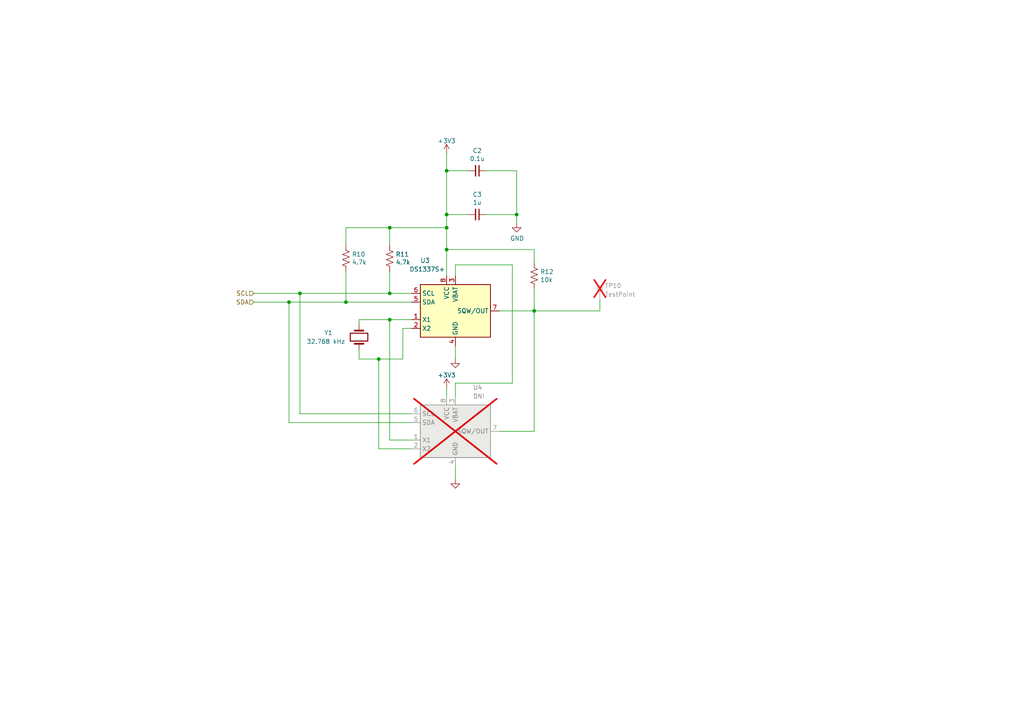
<source format=kicad_sch>
(kicad_sch (version 20231120) (generator "eeschema") (generator_version "8.0")
  (paper "A4")
  (title_block (title "Avionics Board") (rev "A") (company "SilverSat Limited"))
  (lib_symbols
    (symbol "Connector:TestPoint" (pin_numbers hide) (pin_names (offset 0.762) hide)
      (property "Reference" "TP" (at 0 6.858 0))
      (property "Value" "TestPoint" (at 0 5.08 0))
      (symbol "TestPoint_0_1"
        (circle (center 0 3.302) (radius 0.762))
      )
      (symbol "TestPoint_1_1"
        (pin passive line (at 0 0 90) (length 2.54) (name "1") (number "1"))
      )
    )
    (symbol "Device:C_Small" (pin_numbers hide) (pin_names (offset 0.254) hide)
      (property "Reference" "C" (at 0.254 1.778 0))
      (property "Value" "C_Small" (at 0.254 -2.032 0))
      (symbol "C_Small_0_1"
        (polyline (pts (xy -1.524 -0.508) (xy 1.524 -0.508)) (stroke (width 0.3302)))
        (polyline (pts (xy -1.524 0.508) (xy 1.524 0.508)) (stroke (width 0.3048)))
      )
      (symbol "C_Small_1_1"
        (pin passive line (at 0 2.54 270) (length 2.032) (name "~") (number "1"))
        (pin passive line (at 0 -2.54 90) (length 2.032) (name "~") (number "2"))
      )
    )
    (symbol "Device:Crystal" (pin_numbers hide) (pin_names (offset 1.016) hide)
      (property "Reference" "Y" (at 0 3.81 0))
      (property "Value" "Crystal" (at 0 -3.81 0))
      (symbol "Crystal_0_1"
        (rectangle (start -1.143 2.54) (end 1.143 -2.54) (stroke (width 0.3048)))
        (polyline (pts (xy -2.54 0) (xy -1.905 0)))
        (polyline (pts (xy -1.905 -1.27) (xy -1.905 1.27)) (stroke (width 0.508)))
        (polyline (pts (xy 1.905 -1.27) (xy 1.905 1.27)) (stroke (width 0.508)))
        (polyline (pts (xy 2.54 0) (xy 1.905 0)))
      )
      (symbol "Crystal_1_1"
        (pin passive line (at -3.81 0 0) (length 1.27) (name "1") (number "1"))
        (pin passive line (at 3.81 0 180) (length 1.27) (name "2") (number "2"))
      )
    )
    (symbol "Device:R_US" (pin_numbers hide) (pin_names (offset 0))
      (property "Reference" "R" (at 2.54 0 90))
      (property "Value" "R_US" (at -2.54 0 90))
      (symbol "R_US_0_1"
        (polyline (pts (xy 0 -2.286) (xy 0 -2.54)))
        (polyline (pts (xy 0 2.286) (xy 0 2.54)))
        (polyline (pts (xy 0 -0.762) (xy 1.016 -1.143) (xy 0 -1.524) (xy -1.016 -1.905) (xy 0 -2.286)))
        (polyline (pts (xy 0 0.762) (xy 1.016 0.381) (xy 0 0) (xy -1.016 -0.381) (xy 0 -0.762)))
        (polyline (pts (xy 0 2.286) (xy 1.016 1.905) (xy 0 1.524) (xy -1.016 1.143) (xy 0 0.762)))
      )
      (symbol "R_US_1_1"
        (pin passive line (at 0 3.81 270) (length 1.27) (name "~") (number "1"))
        (pin passive line (at 0 -3.81 90) (length 1.27) (name "~") (number "2"))
      )
    )
    (symbol "Timer_RTC:DS1307+"
      (property "Reference" "U" (at -8.89 8.89 0))
      (property "Value" "DS1307+" (at 1.27 8.89 0))
      (symbol "DS1307+_0_1"
        (rectangle (start -10.16 7.62) (end 10.16 -7.62) (stroke (width 0.254)) (fill (type background)))
      )
      (symbol "DS1307+_1_1"
        (pin input line (at -12.7 -2.54 0) (length 2.54) (name "X1") (number "1"))
        (pin input line (at -12.7 -5.08 0) (length 2.54) (name "X2") (number "2"))
        (pin power_in line (at 0 10.16 270) (length 2.54) (name "VBAT") (number "3"))
        (pin power_in line (at 0 -10.16 90) (length 2.54) (name "GND") (number "4"))
        (pin bidirectional line (at -12.7 2.54 0) (length 2.54) (name "SDA") (number "5"))
        (pin input line (at -12.7 5.08 0) (length 2.54) (name "SCL") (number "6"))
        (pin open_collector line (at 12.7 0 180) (length 2.54) (name "SQW/OUT") (number "7"))
        (pin power_in line (at -2.54 10.16 270) (length 2.54) (name "VCC") (number "8"))
      )
    )
    (symbol "power:+3.3V" (power) (pin_names (offset 0))
      (property "Value" "+3.3V" (at 0 3.556 0))
      (symbol "+3.3V_0_1"
        (polyline (pts (xy -0.762 1.27) (xy 0 2.54)))
        (polyline (pts (xy 0 0) (xy 0 2.54)))
        (polyline (pts (xy 0 2.54) (xy 0.762 1.27)))
      )
      (symbol "+3.3V_1_1"
        (pin power_in line (at 0 0 90) (length 0) hide (name "+3V3") (number "1"))
      )
    )
    (symbol "power:GND" (power) (pin_names (offset 0))
      (property "Value" "GND" (at 0 -3.81 0))
      (symbol "GND_0_1"
        (polyline (pts (xy 0 0) (xy 0 -1.27) (xy 1.27 -1.27) (xy 0 -2.54) (xy -1.27 -1.27) (xy 0 -1.27)))
      )
      (symbol "GND_1_1"
        (pin power_in line (at 0 0 270) (length 0) hide (name "GND") (number "1"))
      )
    )
  )
  (junction (at 149.86 62.23))
  (junction (at 109.855 104.14))
  (junction (at 154.94 90.17))
  (junction (at 86.995 85.09))
  (junction (at 129.54 66.04))
  (junction (at 129.54 49.53))
  (junction (at 100.33 87.63))
  (junction (at 83.82 87.63))
  (junction (at 113.03 92.71))
  (junction (at 113.03 66.04))
  (junction (at 113.03 85.09))
  (junction (at 129.54 72.39))
  (junction (at 129.54 62.23))
  (wire (pts (xy 104.14 104.14) (xy 104.14 101.6)))
  (wire (pts (xy 154.94 125.095) (xy 154.94 90.17)))
  (wire (pts (xy 148.59 111.125) (xy 132.08 111.125)))
  (wire (pts (xy 113.03 66.04) (xy 129.54 66.04)))
  (wire (pts (xy 109.855 130.175) (xy 109.855 104.14)))
  (wire (pts (xy 140.97 49.53) (xy 149.86 49.53)))
  (wire (pts (xy 109.855 104.14) (xy 104.14 104.14)))
  (wire (pts (xy 132.08 111.125) (xy 132.08 114.935)))
  (wire (pts (xy 73.66 87.63) (xy 83.82 87.63)))
  (wire (pts (xy 132.08 80.01) (xy 132.08 76.835)))
  (wire (pts (xy 173.99 90.17) (xy 173.99 86.995)))
  (wire (pts (xy 119.38 122.555) (xy 83.82 122.555)))
  (wire (pts (xy 113.03 85.09) (xy 119.38 85.09)))
  (wire (pts (xy 100.33 78.74) (xy 100.33 87.63)))
  (wire (pts (xy 148.59 76.835) (xy 148.59 111.125)))
  (wire (pts (xy 104.14 93.98) (xy 104.14 92.71)))
  (wire (pts (xy 83.82 122.555) (xy 83.82 87.63)))
  (wire (pts (xy 140.97 62.23) (xy 149.86 62.23)))
  (wire (pts (xy 149.86 49.53) (xy 149.86 62.23)))
  (wire (pts (xy 129.54 44.45) (xy 129.54 49.53)))
  (wire (pts (xy 113.03 78.74) (xy 113.03 85.09)))
  (wire (pts (xy 113.03 127.635) (xy 113.03 92.71)))
  (wire (pts (xy 132.08 100.33) (xy 132.08 104.14)))
  (wire (pts (xy 129.54 66.04) (xy 129.54 62.23)))
  (wire (pts (xy 104.14 92.71) (xy 113.03 92.71)))
  (wire (pts (xy 129.54 49.53) (xy 129.54 62.23)))
  (wire (pts (xy 100.33 71.12) (xy 100.33 66.04)))
  (wire (pts (xy 154.94 72.39) (xy 129.54 72.39)))
  (wire (pts (xy 116.84 95.25) (xy 116.84 104.14)))
  (wire (pts (xy 73.66 85.09) (xy 86.995 85.09)))
  (wire (pts (xy 135.89 49.53) (xy 129.54 49.53)))
  (wire (pts (xy 129.54 112.395) (xy 129.54 114.935)))
  (wire (pts (xy 86.995 120.015) (xy 86.995 85.09)))
  (wire (pts (xy 113.03 71.12) (xy 113.03 66.04)))
  (wire (pts (xy 132.08 76.835) (xy 148.59 76.835)))
  (wire (pts (xy 116.84 104.14) (xy 109.855 104.14)))
  (wire (pts (xy 86.995 85.09) (xy 113.03 85.09)))
  (wire (pts (xy 119.38 130.175) (xy 109.855 130.175)))
  (wire (pts (xy 119.38 120.015) (xy 86.995 120.015)))
  (wire (pts (xy 135.89 62.23) (xy 129.54 62.23)))
  (wire (pts (xy 100.33 87.63) (xy 119.38 87.63)))
  (wire (pts (xy 83.82 87.63) (xy 100.33 87.63)))
  (wire (pts (xy 149.86 62.23) (xy 149.86 64.77)))
  (wire (pts (xy 119.38 95.25) (xy 116.84 95.25)))
  (wire (pts (xy 119.38 127.635) (xy 113.03 127.635)))
  (wire (pts (xy 154.94 83.82) (xy 154.94 90.17)))
  (wire (pts (xy 129.54 80.01) (xy 129.54 72.39)))
  (wire (pts (xy 132.08 135.255) (xy 132.08 139.065)))
  (wire (pts (xy 144.78 90.17) (xy 154.94 90.17)))
  (wire (pts (xy 113.03 92.71) (xy 119.38 92.71)))
  (wire (pts (xy 129.54 72.39) (xy 129.54 66.04)))
  (wire (pts (xy 154.94 90.17) (xy 173.99 90.17)))
  (wire (pts (xy 154.94 76.2) (xy 154.94 72.39)))
  (wire (pts (xy 100.33 66.04) (xy 113.03 66.04)))
  (wire (pts (xy 144.78 125.095) (xy 154.94 125.095)))
  (hierarchical_label "SDA" (shape input) (at 73.66 87.63 180))
  (hierarchical_label "SCL" (shape input) (at 73.66 85.09 180))
  (symbol (lib_id "Timer_RTC:DS1307+") (at 132.08 90.17 0) (unit 1)
    (property "Reference" "U3" (at 121.92 75.565 0) (effects (justify left)))
    (property "Value" "DS1337S+" (at 118.745 78.105 0) (effects (justify left)))
    (property "Footprint" "Package_SO:SOIC-8_3.9x4.9mm_P1.27mm" (effects (hide yes)))
    (property "Part_Number" " DS1337S+T&R" (effects (hide yes)))
    (property "MPN" " DS1337S+T&R" (effects (hide yes)))
    (property "Manufacturer" "Analog" (effects (hide yes)))
  )
  (symbol (lib_id "power:GND") (at 132.08 104.14 0) (unit 1)
    (property "Reference" "#PWR0107" (effects (hide yes)))
    (property "Value" "GND" (effects (hide yes)))
  )
  (symbol (lib_id "Device:Crystal") (at 104.14 97.79 270) (unit 1)
    (property "Reference" "Y1" (at 93.98 96.52 90) (effects (justify left)))
    (property "Value" "32.768 kHz" (at 88.9 99.06 90) (effects (justify left)))
    (property "Footprint" "Crystal:Crystal_SMD_3215-2Pin_3.2x1.5mm" (effects (hide yes)))
    (property "Part_Number" "ECS-.327-6-34QCS-TR" (effects (hide yes)))
    (property "Manufacturer" "ECS" (effects (hide yes)))
    (property "MPN" "ECS-.327-6-34QCS-TR" (effects (hide yes)))
  )
  (symbol (lib_id "Device:R_US") (at 100.33 74.93 0) (unit 1)
    (property "Reference" "R10" (at 102.0572 73.7616 0) (effects (justify left)))
    (property "Value" "4.7k" (at 102.0572 76.073 0) (effects (justify left)))
    (property "Footprint" "Resistor_SMD:R_0603_1608Metric" (effects (hide yes)))
    (property "Part_Number" "ERJ-3EKF4701V" (effects (hide yes)))
    (property "MPN" "ERJ-3EKF4701V" (effects (hide yes)))
    (property "Manufacturer" "Panasonic" (effects (hide yes)))
  )
  (symbol (lib_id "Device:R_US") (at 113.03 74.93 0) (unit 1)
    (property "Reference" "R11" (at 114.7572 73.7616 0) (effects (justify left)))
    (property "Value" "4.7k" (at 114.7572 76.073 0) (effects (justify left)))
    (property "Footprint" "Resistor_SMD:R_0603_1608Metric" (effects (hide yes)))
    (property "Part_Number" "ERJ-3EKF4701V" (effects (hide yes)))
    (property "MPN" "ERJ-3EKF4701V" (effects (hide yes)))
    (property "Manufacturer" "Panasonic" (effects (hide yes)))
  )
  (symbol (lib_id "Device:R_US") (at 154.94 80.01 0) (unit 1)
    (property "Reference" "R12" (at 156.6672 78.8416 0) (effects (justify left)))
    (property "Value" "10k" (at 156.6672 81.153 0) (effects (justify left)))
    (property "Footprint" "Resistor_SMD:R_0603_1608Metric" (effects (hide yes)))
    (property "Part_Number" "ERJ-3EKF1002V" (effects (hide yes)))
    (property "MPN" "ERJ-3RBD1002V" (effects (hide yes)))
    (property "Manufacturer" "Panasonic" (effects (hide yes)))
  )
  (symbol (lib_id "Device:C_Small") (at 138.43 49.53 270) (unit 1)
    (property "Reference" "C2" (at 138.43 43.7134 90))
    (property "Value" "0.1u" (at 138.43 46.0248 90))
    (property "Footprint" "Capacitor_SMD:C_0603_1608Metric" (effects (hide yes)))
    (property "Part_Number" "06035C104K4Z2A" (effects (hide yes)))
    (property "MPN" "06031C104K4Z2A" (effects (hide yes)))
    (property "Manufacturer" "AVX" (effects (hide yes)))
  )
  (symbol (lib_id "power:GND") (at 149.86 64.77 0) (unit 1)
    (property "Reference" "#PWR0106" (effects (hide yes)))
    (property "Value" "GND" (at 149.987 69.1642 0))
  )
  (symbol (lib_id "power:+3.3V") (at 129.54 112.395 0) (unit 1)
    (property "Reference" "#PWR037" (effects (hide yes)))
    (property "Value" "+3V3" (at 129.54 108.8192 0))
  )
  (symbol (lib_id "Connector:TestPoint") (at 173.99 86.995 0) (unit 1) (in_bom no) (dnp yes)
    (property "Reference" "TP10" (at 175.387 82.8583 0) (effects (justify left)))
    (property "Value" "TestPoint" (at 175.387 85.3952 0) (effects (justify left)))
    (property "Footprint" "TestPoint:TestPoint_Pad_2.0x2.0mm" (effects (hide yes)))
  )
  (symbol (lib_id "Device:C_Small") (at 138.43 62.23 270) (unit 1)
    (property "Reference" "C3" (at 138.43 56.4134 90))
    (property "Value" "1u" (at 138.43 58.7248 90))
    (property "Footprint" "Capacitor_SMD:C_1206_3216Metric" (effects (hide yes)))
    (property "Part_Number" "12065C105M4Z2A" (effects (hide yes)))
    (property "Manufacturer" "AVX" (effects (hide yes)))
    (property "MPN" "12065C105M4Z2A" (effects (hide yes)))
  )
  (symbol (lib_id "power:GND") (at 132.08 139.065 0) (unit 1)
    (property "Reference" "#PWR038" (effects (hide yes)))
    (property "Value" "GND" (effects (hide yes)))
  )
  (symbol (lib_id "Timer_RTC:DS1307+") (at 132.08 125.095 0) (unit 1) (dnp yes)
    (property "Reference" "U4" (at 137.16 112.395 0) (effects (justify left)))
    (property "Value" "DNI" (at 137.16 114.935 0) (effects (justify left)))
    (property "Footprint" "Package_DIP:DIP-8_W7.62mm" (effects (hide yes)))
    (property "Part_Number" " DS1337+" (effects (hide yes)))
    (property "MPN" "DNI" (effects (hide yes)))
  )
  (symbol (lib_id "power:+3.3V") (at 129.54 44.45 0) (unit 1)
    (property "Reference" "#PWR036" (effects (hide yes)))
    (property "Value" "+3V3" (at 129.54 40.8742 0))
  )
)
</source>
